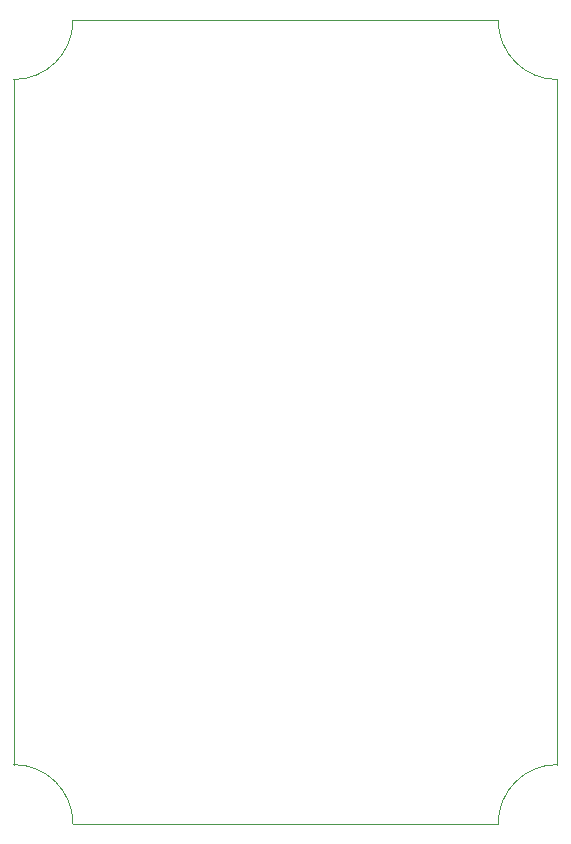
<source format=gbr>
%TF.GenerationSoftware,KiCad,Pcbnew,7.0.11-7.0.11~ubuntu20.04.1*%
%TF.CreationDate,2024-04-25T22:29:04+02:00*%
%TF.ProjectId,Tachoconverter,54616368-6f63-46f6-9e76-65727465722e,rev?*%
%TF.SameCoordinates,Original*%
%TF.FileFunction,Profile,NP*%
%FSLAX46Y46*%
G04 Gerber Fmt 4.6, Leading zero omitted, Abs format (unit mm)*
G04 Created by KiCad (PCBNEW 7.0.11-7.0.11~ubuntu20.04.1) date 2024-04-25 22:29:04*
%MOMM*%
%LPD*%
G01*
G04 APERTURE LIST*
%TA.AperFunction,Profile*%
%ADD10C,0.050000*%
%TD*%
G04 APERTURE END LIST*
D10*
X171000000Y-71500000D02*
G75*
G03*
X176000000Y-76500000I5000000J0D01*
G01*
X130000000Y-76500000D02*
G75*
G03*
X135000000Y-71500000I0J5000000D01*
G01*
X135000000Y-139500000D02*
G75*
G03*
X130000000Y-134500000I-5000000J0D01*
G01*
X176000000Y-134500000D02*
G75*
G03*
X171000000Y-139500000I0J-5000000D01*
G01*
X135000000Y-139500000D02*
X171000000Y-139500000D01*
X171000000Y-71500000D02*
X135000000Y-71500000D01*
X176000000Y-134500000D02*
X176000000Y-76500000D01*
X130000000Y-76500000D02*
X130000000Y-134500000D01*
M02*

</source>
